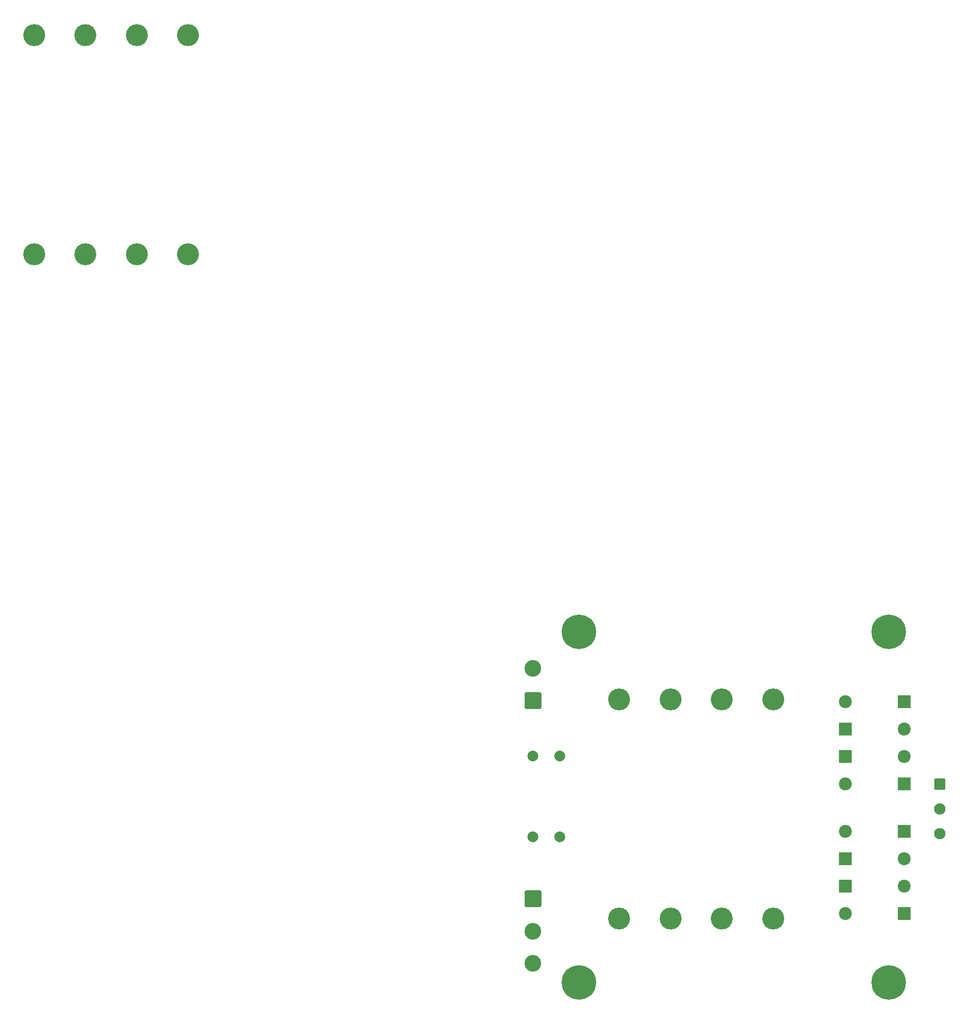
<source format=gts>
G04 #@! TF.GenerationSoftware,KiCad,Pcbnew,(5.1.9)-1*
G04 #@! TF.CreationDate,2021-04-04T23:11:42-07:00*
G04 #@! TF.ProjectId,vsps_power,76737073-5f70-46f7-9765-722e6b696361,rev?*
G04 #@! TF.SameCoordinates,Original*
G04 #@! TF.FileFunction,Soldermask,Top*
G04 #@! TF.FilePolarity,Negative*
%FSLAX46Y46*%
G04 Gerber Fmt 4.6, Leading zero omitted, Abs format (unit mm)*
G04 Created by KiCad (PCBNEW (5.1.9)-1) date 2021-04-04 23:11:42*
%MOMM*%
%LPD*%
G01*
G04 APERTURE LIST*
%ADD10C,4.064000*%
%ADD11C,6.400000*%
%ADD12C,3.100000*%
%ADD13C,2.100000*%
%ADD14C,2.400000*%
%ADD15R,2.400000X2.400000*%
%ADD16C,2.000000*%
G04 APERTURE END LIST*
D10*
X108575000Y-123140000D03*
X99050000Y-123140000D03*
X89525000Y-123140000D03*
X80000000Y-123140000D03*
X108575000Y-82500000D03*
X99050000Y-82500000D03*
X89525000Y-82500000D03*
X80000000Y-82500000D03*
X0Y0D03*
X-9525000Y0D03*
X-19050000Y0D03*
X-28575000Y0D03*
X0Y40640000D03*
X-9525000Y40640000D03*
X-19050000Y40640000D03*
X-28575000Y40640000D03*
D11*
X130000000Y-135000000D03*
X130000000Y-70000000D03*
X72500000Y-135000000D03*
X72500000Y-70000000D03*
G36*
G01*
X62699999Y-117950000D02*
X65300001Y-117950000D01*
G75*
G02*
X65550000Y-118199999I0J-249999D01*
G01*
X65550000Y-120800001D01*
G75*
G02*
X65300001Y-121050000I-249999J0D01*
G01*
X62699999Y-121050000D01*
G75*
G02*
X62450000Y-120800001I0J249999D01*
G01*
X62450000Y-118199999D01*
G75*
G02*
X62699999Y-117950000I249999J0D01*
G01*
G37*
D12*
X64000000Y-125500000D03*
X64000000Y-131500000D03*
D13*
X139500000Y-107450000D03*
X139500000Y-102850000D03*
G36*
G01*
X138699999Y-97200000D02*
X140300001Y-97200000D01*
G75*
G02*
X140550000Y-97449999I0J-249999D01*
G01*
X140550000Y-99050001D01*
G75*
G02*
X140300001Y-99300000I-249999J0D01*
G01*
X138699999Y-99300000D01*
G75*
G02*
X138450000Y-99050001I0J249999D01*
G01*
X138450000Y-97449999D01*
G75*
G02*
X138699999Y-97200000I249999J0D01*
G01*
G37*
D14*
X122000000Y-122240000D03*
D15*
X132900000Y-122240000D03*
X122000000Y-117160000D03*
D14*
X132900000Y-117160000D03*
X132900000Y-112080000D03*
D15*
X122000000Y-112080000D03*
D14*
X122000000Y-107000000D03*
D15*
X132900000Y-107000000D03*
D14*
X122000000Y-98160000D03*
D15*
X132900000Y-98160000D03*
X122000000Y-93080000D03*
D14*
X132900000Y-93080000D03*
X132900000Y-88000000D03*
D15*
X122000000Y-88000000D03*
D14*
X122000000Y-82920000D03*
D15*
X132900000Y-82920000D03*
D16*
X69000000Y-93000000D03*
X64000000Y-93000000D03*
X64000000Y-108000000D03*
X69000000Y-108000000D03*
G36*
G01*
X65300001Y-84300000D02*
X62699999Y-84300000D01*
G75*
G02*
X62450000Y-84050001I0J249999D01*
G01*
X62450000Y-81449999D01*
G75*
G02*
X62699999Y-81200000I249999J0D01*
G01*
X65300001Y-81200000D01*
G75*
G02*
X65550000Y-81449999I0J-249999D01*
G01*
X65550000Y-84050001D01*
G75*
G02*
X65300001Y-84300000I-249999J0D01*
G01*
G37*
D12*
X64000000Y-76750000D03*
M02*

</source>
